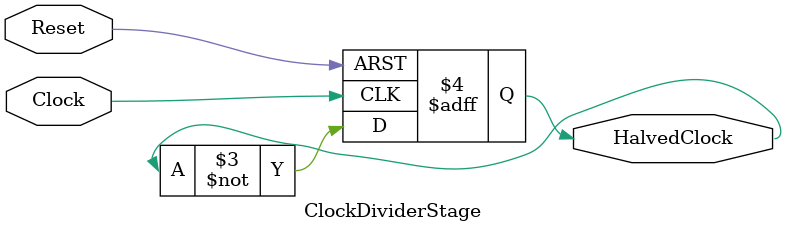
<source format=v>
`timescale 1ns / 1ps
module ClockDivider(
	input Clock,
	input Reset,
	output Clock_2,
	output Clock_4,
	output Clock_8,
	output Clock_16,
	output Clock_32,
	output Clock_64,
	output Clock_128,
	output Clock_256,
	output Clock_512,
	output Clock_1024);

	ClockDividerStage Divider_1 (
    .Clock(Clock),
    .Reset(Reset),
    .HalvedClock(Clock_2)
    );

	ClockDividerStage Divider_2 (
    .Clock(Clock_2),
    .Reset(Reset),
    .HalvedClock(Clock_4)
    );

	ClockDividerStage Divider_3 (
    .Clock(Clock_4),
    .Reset(Reset),
    .HalvedClock(Clock_8)
    );

	ClockDividerStage Divider_4 (
    .Clock(Clock_8),
    .Reset(Reset),
    .HalvedClock(Clock_16)
    );

	ClockDividerStage Divider_5 (
    .Clock(Clock_16),
    .Reset(Reset),
    .HalvedClock(Clock_32)
    );

	ClockDividerStage Divider_6 (
    .Clock(Clock_32),
    .Reset(Reset),
    .HalvedClock(Clock_64)
    );

	ClockDividerStage Divider_7 (
    .Clock(Clock_64),
    .Reset(Reset),
    .HalvedClock(Clock_128)
    );

	ClockDividerStage Divider_8 (
    .Clock(Clock_128),
    .Reset(Reset),
    .HalvedClock(Clock_256)
    );

	ClockDividerStage Divider_9 (
    .Clock(Clock_256),
    .Reset(Reset),
    .HalvedClock(Clock_512)
    );

	ClockDividerStage Divider_A (
    .Clock(Clock_512),
    .Reset(Reset),
    .HalvedClock(Clock_1024)
    );


endmodule

module ClockDividerStage(
    input Clock,
    input Reset,
	 output reg HalvedClock
    );

	always @ (posedge Clock, negedge Reset)
		if(!Reset) HalvedClock <= 0;
		else HalvedClock <= ~HalvedClock;
endmodule




</source>
